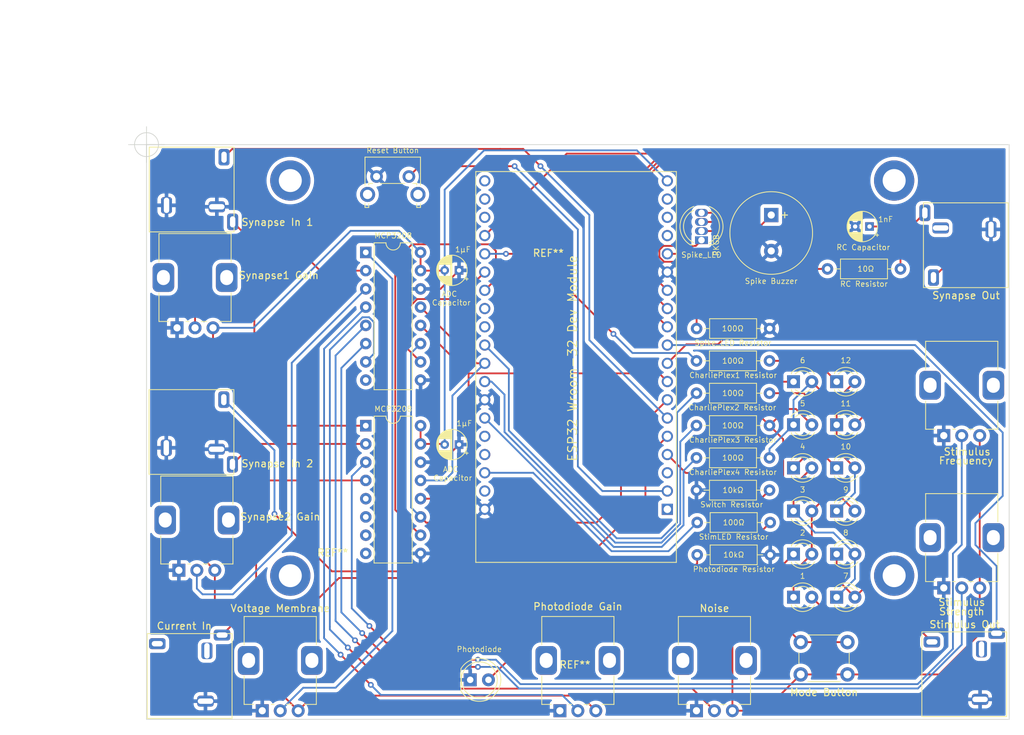
<source format=kicad_pcb>
(kicad_pcb (version 20211014) (generator pcbnew)
  (layers (0 "F.Cu" signal) (31 "B.Cu" signal) (34 "B.Paste" user) (35 "F.Paste" user) (36 "B.SilkS" user "B.Silkscreen") (37 "F.SilkS" user "F.Silkscreen") (38 "B.Mask" user) (39 "F.Mask" user) (44 "Edge.Cuts" user))
  (net 0 "")
  (net 7 "GNDREF")
  (net 8 "/23")
  (net 9 "/27")
  (net 10 "/26")
  (net 11 "+3V3")
  (net 12 "/34")
  (net 13 "/35")
  (net 14 "/25")
  (net 15 "/14")
  (net 16 "/12")
  (net 17 "/13")
  (net 18 "/22")
  (net 19 "/21")
  (net 20 "/19")
  (net 21 "/05")
  (net 22 "/17")
  (net 23 "/16")
  (net 24 "/02")
  (net 25 "/15")
  (net 26 "Net-(10Ω_RC1-Pad2)")
  (net 27 "Net-(100Ω_CharliePlex1-Pad2)")
  (net 28 "Net-(100Ω_CharliePlex2-Pad2)")
  (net 30 "Net-(100Ω_CharliePlex3-Pad2)")
  (net 31 "Net-(100Ω_CharliePlex4-Pad2)")
  (net 32 "Net-(100Ω_Stim-LED1-Pad2)")
  (net 33 "/39")
  (net 34 "VCC")
  (net 35 "Net-(Reset_Button1-Pad2)")
  (net 39 "/202")
  (net 40 "/203")
  (net 41 "/106")
  (net 42 "/103")
  (net 43 "/105")
  (net 44 "/104")
  (net 45 "/101")
  (net 46 "/102")
  (net 47 "/200")
  (net 48 "/201")
  (net 49 "/32")
  (net 50 "/33")
  (net 51 "/18")
  (net 52 "/04")
  (net 53 "/00")
  (net 54 "/100")
  (net 55 "/107")
  (net 56 "/204")
  (net 57 "/205")
  (net 58 "/206")
  (net 59 "/207")
  (net 60 "Net-(100Ω_Spike-LED1-Pad2)")
  (footprint "LED_THT:LED_D5.0mm-4_RGB" (layer "F.Cu") (at 177.2 63.3 90)
    (fp_text reference "Spike_LED")
    (fp_text value "RGB")
  )
  (footprint "MountingHole:MountingHole_3.2mm_M3_DIN965_Pad" (layer "F.Cu") (at 120 55)
    (fp_text reference " ")
    (fp_text value "MountingHole_3.2mm_M3_DIN965_Pad")
  )
  (footprint "LED_THT:LED_D3.0mm" (layer "F.Cu") (at 190 83)
    (fp_text reference "6")
    (fp_text value "D7")
  )
  (footprint "LED_THT:LED_D3.0mm" (layer "F.Cu") (at 190 113)
    (fp_text reference "1")
    (fp_text value "D2")
  )
  (footprint "Resistor_THT:R_Axial_DIN0207_L6.3mm_D2.5mm_P10.16mm_Horizontal" (layer "F.Cu") (at 186.66 98.1 180)
    (fp_text reference "10kΩ")
    (fp_text value "R5")
  )
  (footprint "Package_DIP:DIP-16_W7.62mm" (layer "F.Cu") (at 130.5 89.125)
    (fp_text reference "MCP3208")
    (fp_text value "MCP3208")
  )
  (footprint "Potentiometer_THT:Spikeling Potentiometer" (layer "F.Cu") (at 213.4 104.2 90)
    (fp_text reference "Stimulus")
    (fp_text value "RV6")
  )
  (footprint "Potentiometer_THT:Spikeling Potentiometer" (layer "F.Cu") (at 179 121.3 90)
    (fp_text reference "Noise")
    (fp_text value "RV4")
  )
  (footprint "Audio_Module:Spikeling_Photoreceptor" (layer "F.Cu") (at 159.6 122.9)
    (fp_text reference "REF**")
    (fp_text value "Spikeling_neuron")
  )
  (footprint "Connector_Audio:Spikeling Audio Jack 3.5mm" (layer "F.Cu") (at 100.2815 56.25 90)
    (fp_text reference "Synapse In 1")
    (fp_text value "J2")
  )
  (footprint "Connector_Audio:Spikeling Audio Jack 3.5mm" (layer "F.Cu") (at 219.9685 64 -90)
    (fp_text reference "Synapse Out")
    (fp_text value "J1")
  )
  (footprint "Potentiometer_THT:Spikeling Potentiometer" (layer "F.Cu") (at 106.75 68 90)
    (fp_text reference "Synapse1 Gain")
    (fp_text value "RV1")
  )
  (footprint "Audio_Module:Spikeling_Electrode" (layer "F.Cu") (at 125.9 107.3)
    (fp_text reference "REF**")
    (fp_text value "Spikeling_neuron")
  )
  (footprint "LED_THT:LED_D3.0mm" (layer "F.Cu") (at 190 101)
    (fp_text reference "3")
    (fp_text value "D4")
  )
  (footprint "Potentiometer_THT:Spikeling Potentiometer" (layer "F.Cu") (at 118.6 121.3 90)
    (fp_text reference "Voltage Membrane")
    (fp_text value "RV3")
  )
  (footprint "Resistor_THT:R_Axial_DIN0207_L6.3mm_D2.5mm_P10.16mm_Horizontal" (layer "F.Cu") (at 176.6 102.6)
    (fp_text reference "100Ω")
    (fp_text value "R3")
  )
  (footprint "MountingHole:MountingHole_3.2mm_M3_DIN965_Pad" (layer "F.Cu") (at 204 55)
    (fp_text reference " ")
    (fp_text value "MountingHole_M3")
  )
  (footprint "Package_DIP:DIP-16_W7.62mm" (layer "F.Cu") (at 130.5 65)
    (fp_text reference "MCP3208")
    (fp_text value "MCP3208")
  )
  (footprint "Capacitor_THT:CP_Radial_D4.0mm_P2.00mm" (layer "F.Cu") (at 143.4726 91.75 180)
    (fp_text reference "1μF")
    (fp_text value "1 μF")
  )
  (footprint "Connector_Audio:Spikeling Audio Jack 3.5mm" (layer "F.Cu") (at 213.75 129.7185 180)
    (fp_text reference "Stimulus Out")
    (fp_text value "J5")
  )
  (footprint "Button_Switch_THT:Spikeling reset button" (layer "F.Cu") (at 134.25 51.75)
    (fp_text reference "Reset Button")
    (fp_text value "SW2")
  )
  (footprint "LED_THT:LED_D3.0mm" (layer "F.Cu") (at 196 95)
    (fp_text reference "10")
    (fp_text value "D11")
  )
  (footprint "LED_THT:LED_D3.0mm" (layer "F.Cu") (at 196 107)
    (fp_text reference "8")
    (fp_text value "LED")
  )
  (footprint "Capacitor_THT:CP_Radial_D4.0mm_P2.00mm" (layer "F.Cu") (at 143.4726 67.5 180)
    (fp_text reference "1μF")
    (fp_text value "1 μF")
  )
  (footprint "Resistor_THT:R_Axial_DIN0207_L6.3mm_D2.5mm_P10.16mm_Horizontal" (layer "F.Cu") (at 176.5 93.6)
    (fp_text reference "100Ω")
    (fp_text value "R9")
  )
  (footprint "LED_THT:LED_D3.0mm" (layer "F.Cu") (at 196 83)
    (fp_text reference "12")
    (fp_text value "D13")
  )
  (footprint "LED_THT:LED_D3.0mm" (layer "F.Cu") (at 196 89)
    (fp_text reference "11")
    (fp_text value "D12")
  )
  (footprint "LED_THT:LED_D3.0mm" (layer "F.Cu") (at 196 101)
    (fp_text reference "9")
    (fp_text value "D10")
  )
  (footprint "Resistor_THT:R_Axial_DIN0207_L6.3mm_D2.5mm_P10.16mm_Horizontal" (layer "F.Cu") (at 194.72 67.3)
    (fp_text reference "10Ω")
    (fp_text value "R1")
  )
  (footprint "LED_THT:LED_D5.0mm" (layer "F.Cu") (at 145.025 124.5)
    (fp_text reference "Photodiode")
    (fp_text value "D1")
  )
  (footprint "Potentiometer_THT:Spikeling Potentiometer" (layer "F.Cu") (at 213.4 83 90)
    (fp_text reference "Stimulus")
    (fp_text value "RV7")
  )
  (footprint "Potentiometer_THT:Spikeling Potentiometer" (layer "F.Cu") (at 107 101.75 90)
    (fp_text reference "Synapse2 Gain")
    (fp_text value "RV2")
  )
  (footprint "Connector_Audio:Spikeling Audio Jack 3.5mm" (layer "F.Cu") (at 100.25 90 90)
    (fp_text reference "Synapse In 2")
    (fp_text value "J3")
  )
  (footprint "LED_THT:LED_D3.0mm" (layer "F.Cu") (at 190 107)
    (fp_text reference "2")
    (fp_text value "D3")
  )
  (footprint "MountingHole:MountingHole_3.2mm_M3_DIN965_Pad" (layer "F.Cu") (at 204 110)
    (fp_text reference " ")
    (fp_text value "MountingHole_3.2mm_M3_DIN965_Pad")
  )
  (footprint "LED_THT:LED_D3.0mm" (layer "F.Cu") (at 190 95)
    (fp_text reference "4")
    (fp_text value "D5")
  )
  (footprint "Connector_Audio:Spikeling Audio Jack 3.5mm" (layer "F.Cu") (at 106 129.9685 180)
    (fp_text reference "Current In")
    (fp_text value "J4")
  )
  (footprint "Resistor_THT:R_Axial_DIN0207_L6.3mm_D2.5mm_P10.16mm_Horizontal" (layer "F.Cu") (at 176.5 89.1)
    (fp_text reference "100Ω")
    (fp_text value "R8")
  )
  (footprint "Resistor_THT:R_Axial_DIN0207_L6.3mm_D2.5mm_P10.16mm_Horizontal" (layer "F.Cu") (at 176.6 107.1)
    (fp_text reference "10kΩ")
    (fp_text value "R2")
  )
  (footprint "Potentiometer_THT:Spikeling Potentiometer" (layer "F.Cu") (at 160 121.3 90)
    (fp_text reference "Photodiode Gain")
    (fp_text value "RV5")
  )
  (footprint "Capacitor_THT:CP_Radial_D4.0mm_P2.00mm" (layer "F.Cu") (at 200.5726 61.4 180)
    (fp_text reference "1nF")
    (fp_text value "C3")
  )
  (footprint "Resistor_THT:R_Axial_DIN0207_L6.3mm_D2.5mm_P10.16mm_Horizontal" (layer "F.Cu") (at 176.5 84.6)
    (fp_text reference "100Ω")
    (fp_text value "R7")
  )
  (footprint "Resistor_THT:R_Axial_DIN0207_L6.3mm_D2.5mm_P10.16mm_Horizontal" (layer "F.Cu") (at 186.68 75.6 180)
    (fp_text reference "100Ω")
    (fp_text value "R4")
  )
  (footprint "Buzzer_Beeper:Buzzer_11.5x9.5RM5" (layer "F.Cu") (at 186.9 58.5 -90)
    (fp_text reference "Spike Buzzer")
    (fp_text value "BZ1")
  )
  (footprint "MountingHole:MountingHole_3.2mm_M3_DIN965_Pad" (layer "F.Cu") (at 120 110)
    (fp_text reference " ")
    (fp_text value "MountingHole_3.2mm_M3_DIN965_Pad")
  )
  (footprint "Audio_Module:Spikeling_Neuron" (layer "F.Cu") (at 155.9 65.6)
    (fp_text reference "REF**")
    (fp_text value "Spikeling_neuron")
  )
  (footprint "Resistor_THT:R_Axial_DIN0207_L6.3mm_D2.5mm_P10.16mm_Horizontal" (layer "F.Cu") (at 176.5 80.1)
    (fp_text reference "100Ω")
    (fp_text value "R6")
  )
  (footprint "Button_Switch_THT:SW_PUSH_6mm_H13mm" (layer "F.Cu") (at 191 119.25)
    (fp_text reference "Mode Button")
    (fp_text value "SW1")
  )
  (footprint "Module:MODULE_ESP32-DEVKITC-32D" (layer "F.Cu") (at 159.75 81 180)
    (fp_text reference "ESP32 Wroom-32 Dev Module")
    (fp_text value "ESP32-DEVKITC-32D")
  )
  (footprint "LED_THT:LED_D3.0mm" (layer "F.Cu") (at 196 113)
    (fp_text reference "7")
    (fp_text value "D8")
  )
  (footprint "LED_THT:LED_D3.0mm" (layer "F.Cu") (at 190 89)
    (fp_text reference "5")
    (fp_text value "D6")
  )
  (gr_line (start 220 130) (end 100 130) (layer "Edge.Cuts") (width 0.1))
  (gr_line (start 100 50) (end 220 50) (layer "Edge.Cuts") (width 0.1))
  (gr_line (start 220 50) (end 220 130) (layer "Edge.Cuts") (width 0.1))
  (gr_line (start 100 130) (end 100 50) (layer "Edge.Cuts") (width 0.1))
  (gr_text "ADC \nCapacitor" (at 142.4 71.4) (layer "F.SilkS") (effects (font (size 0.75 0.75) (thickness 0.1))))
  (gr_text "Switch Resistor" (at 181.4 100.1) (layer "F.SilkS") (effects (font (size 0.75 0.75) (thickness 0.1))))
  (gr_text "CharliePlex3 Resistor" (at 181.58 91.1) (layer "F.SilkS") (effects (font (size 0.75 0.75) (thickness 0.1))))
  (gr_text "Frequency" (at 214 94) (layer "F.SilkS") (effects (font (size 1 1))))
  (gr_text "Strength" (at 213.4 115) (layer "F.SilkS") (effects (font (size 1 1))))
  (gr_text "CharliePlex2 Resistor" (at 181.5 86.6) (layer "F.SilkS") (effects (font (size 0.75 0.75) (thickness 0.1))))
  (gr_text "Spike_LED Resistor" (at 181.58 77.6) (layer "F.SilkS") (effects (font (size 0.75 0.75) (thickness 0.1))))
  (gr_text "CharliePlex1 Resistor" (at 181.6 82.1) (layer "F.SilkS") (effects (font (size 0.75 0.75) (thickness 0.1))))
  (gr_text "RKGB" (at 179.25 64 90) (layer "F.SilkS") (effects (font (size 0.75 0.75) (thickness 0.1))))
  (gr_text "RC Capacitor" (at 199.7 64.3) (layer "F.SilkS") (effects (font (size 0.75 0.75) (thickness 0.1))))
  (gr_text "RC Resistor" (at 199.8 69.4) (layer "F.SilkS") (effects (font (size 0.75 0.75) (thickness 0.1))))
  (gr_text "StimLED Resistor" (at 181.68 104.6) (layer "F.SilkS") (effects (font (size 0.75 0.75) (thickness 0.1))))
  (gr_text "Photodiode Resistor" (at 181.7 109.1) (layer "F.SilkS") (effects (font (size 0.75 0.75) (thickness 0.1))))
  (gr_text "ADC \nCapacitor" (at 142.6 95.8) (layer "F.SilkS") (effects (font (size 0.75 0.75) (thickness 0.1))))
  (gr_text "CharliePlex4 Resistor" (at 181.58 95.6) (layer "F.SilkS") (effects (font (size 0.75 0.75) (thickness 0.1))))
  (target plus (at 100 50) (size 5) (width 0.1) (layer "Edge.Cuts"))
  (segment (start 141.0176 94.205) (end 143.4726 91.75) (width 0.25) (layer "F.Cu") (net 7))
  (segment (start 140.8926 70.08) (end 143.4726 67.5) (width 0.25) (layer "F.Cu") (net 7))
  (segment (start 138.12 94.205) (end 141.0176 94.205) (width 0.25) (layer "F.Cu") (net 7))
  (segment (start 109.7815 58.65) (end 109.8815 58.65) (width 0.25) (layer "F.Cu") (net 7))
  (segment (start 138.12 70.08) (end 140.8926 70.08) (width 0.25) (layer "F.Cu") (net 7))
  (segment (start 109.75 92.4) (end 109.85 92.4) (width 0.25) (layer "F.Cu") (net 7))
  (segment (start 176.4 99.019022) (end 176.4 98.3) (width 0.25) (layer "B.Cu") (net 7))
  (segment (start 178.5 51.8) (end 180.4 53.7) (width 0.25) (layer "F.Cu") (net 9))
  (segment (start 172.45 75.36) (end 168.3 71.21) (width 0.25) (layer "F.Cu") (net 9))
  (segment (start 180.4 61.6) (end 179.97 62.03) (width 0.25) (layer "F.Cu") (net 9))
  (segment (start 180.4 53.7) (end 180.4 61.6) (width 0.25) (layer "F.Cu") (net 9))
  (segment (start 172.45 75.36) (end 172.45 74.8797) (width 0.25) (layer "F.Cu") (net 9))
  (segment (start 179.97 62.03) (end 177.2 62.03) (width 0.25) (layer "F.Cu") (net 9))
  (segment (start 168.3 54.6) (end 171.1 51.8) (width 0.25) (layer "F.Cu") (net 9))
  (segment (start 176.6 62.14) (end 177.75 62.14) (width 0.25) (layer "F.Cu") (net 9))
  (segment (start 168.3 71.21) (end 168.3 54.6) (width 0.25) (layer "F.Cu") (net 9))
  (segment (start 171.1 51.8) (end 178.5 51.8) (width 0.25) (layer "F.Cu") (net 9))
  (segment (start 218.25 118.0185) (end 218.25 118.1185) (width 0.25) (layer "F.Cu") (net 10))
  (segment (start 215.3 105.7196) (end 218.25 108.6696) (width 0.25) (layer "B.Cu") (net 10))
  (segment (start 172.45 77.9) (end 206.9196 77.9) (width 0.25) (layer "B.Cu") (net 10))
  (segment (start 218.25 108.6696) (end 218.25 118.0185) (width 0.25) (layer "B.Cu") (net 10))
  (segment (start 219.1 98.9) (end 215.3 102.7) (width 0.25) (layer "B.Cu") (net 10))
  (segment (start 215.3 102.7) (end 215.3 105.7196) (width 0.25) (layer "B.Cu") (net 10))
  (segment (start 206.9196 77.9) (end 219.1 90.0804) (width 0.25) (layer "B.Cu") (net 10))
  (segment (start 219.1 90.0804) (end 219.1 98.9) (width 0.25) (layer "B.Cu") (net 10))
  (segment (start 159.4 109.4) (end 125.8 109.4) (width 0.25) (layer "F.Cu") (net 12))
  (segment (start 172.45 90.6) (end 169.4 93.65) (width 0.25) (layer "F.Cu") (net 12))
  (segment (start 111.25 86) (end 110.75 85.5) (width 0.25) (layer "F.Cu") (net 12))
  (segment (start 125.8 109.4) (end 117.8 101.4) (width 0.25) (layer "F.Cu") (net 12))
  (segment (start 169.4 93.65) (end 169.4 99.4) (width 0.25) (layer "F.Cu") (net 12))
  (segment (start 169.4 99.4) (end 159.4 109.4) (width 0.25) (layer "F.Cu") (net 12))
  (via (at 117.8 101.4) (size 0.8) (drill 0.4) (layers "F.Cu" "B.Cu") (net 12))
  (segment (start 110.75 85.5) (end 117.8 92.55) (width 0.25) (layer "B.Cu") (net 12))
  (segment (start 117.8 92.55) (end 117.8 101.4) (width 0.25) (layer "B.Cu") (net 12))
  (segment (start 154.8 53) (end 152.4 50.6) (width 0.25) (layer "F.Cu") (net 13))
  (segment (start 110.7815 51.75) (end 111.9315 50.6) (width 0.25) (layer "F.Cu") (net 13))
  (segment (start 111.9315 50.6) (end 149.2 50.6) (width 0.25) (layer "F.Cu") (net 13))
  (segment (start 152.4 50.6) (end 149.2 50.6) (width 0.25) (layer "F.Cu") (net 13))
  (via (at 154.8 53) (size 0.8) (drill 0.4) (layers "F.Cu" "B.Cu") (net 13))
  (segment (start 161.6 77.21) (end 172.45 88.06) (width 0.25) (layer "B.Cu") (net 13))
  (segment (start 161.6 59.8) (end 161.6 77.21) (width 0.25) (layer "B.Cu") (net 13))
  (segment (start 154.8 53) (end 161.6 59.8) (width 0.25) (layer "B.Cu") (net 13))
  (segment (start 172.45 80.44) (end 173.914511 78.975489) (width 0.25) (layer "F.Cu") (net 14))
  (segment (start 173.914511 78.975489) (end 173.924511 78.975489) (width 0.25) (layer "F.Cu") (net 14))
  (segment (start 179.5 77.8) (end 190 67.3) (width 0.25) (layer "F.Cu") (net 14))
  (segment (start 175.1 77.8) (end 179.5 77.8) (width 0.25) (layer "F.Cu") (net 14))
  (segment (start 190 67.3) (end 194.72 67.3) (width 0.25) (layer "F.Cu") (net 14))
  (segment (start 173.924511 78.975489) (end 175.1 77.8) (width 0.25) (layer "F.Cu") (net 14))
  (segment (start 168.74952 69.11952) (end 172.45 72.82) (width 0.25) (layer "F.Cu") (net 15))
  (segment (start 179.95048 60.14952) (end 179.95048 53.886198) (width 0.25) (layer "F.Cu") (net 15))
  (segment (start 179.34 60.76) (end 179.95048 60.14952) (width 0.25) (layer "F.Cu") (net 15))
  (segment (start 179.95048 53.886198) (end 178.313802 52.24952) (width 0.25) (layer "F.Cu") (net 15))
  (segment (start 171.286198 52.24952) (end 168.74952 54.786198) (width 0.25) (layer "F.Cu") (net 15))
  (segment (start 177.2 60.76) (end 179.34 60.76) (width 0.25) (layer "F.Cu") (net 15))
  (segment (start 168.74952 54.786198) (end 168.74952 69.11952) (width 0.25) (layer "F.Cu") (net 15))
  (segment (start 178.313802 52.24952) (end 171.286198 52.24952) (width 0.25) (layer "F.Cu") (net 15))
  (segment (start 179.5 58.7) (end 179.5 54.071436) (width 0.25) (layer "F.Cu") (net 16))
  (segment (start 177.2 59.49) (end 178.71 59.49) (width 0.25) (layer "F.Cu") (net 16))
  (segment (start 178.71 59.49) (end 179.5 58.7) (width 0.25) (layer "F.Cu") (net 16))
  (segment (start 178.127604 52.69904) (end 171.472396 52.69904) (width 0.25) (layer "F.Cu") (net 16))
  (segment (start 169.3 54.871436) (end 169.3 67.13) (width 0.25) (layer "F.Cu") (net 16))
  (segment (start 179.5 54.071436) (end 178.127604 52.69904) (width 0.25) (layer "F.Cu") (net 16))
  (segment (start 169.3 67.13) (end 172.45 70.28) (width 0.25) (layer "F.Cu") (net 16))
  (segment (start 171.472396 52.69904) (end 169.3 54.871436) (width 0.25) (layer "F.Cu") (net 16))
  (segment (start 181.5 65.2) (end 186.9 59.8) (width 0.25) (layer "F.Cu") (net 17))
  (segment (start 172.45 65.2) (end 172.45 64.8) (width 0.25) (layer "F.Cu") (net 17))
  (segment (start 172.45 65.2) (end 181.5 65.2) (width 0.25) (layer "F.Cu") (net 17))
  (segment (start 172.6 106.6) (end 176.6 102.6) (width 0.25) (layer "B.Cu") (net 18))
  (segment (start 164.7 106.6) (end 172.6 106.6) (width 0.25) (layer "B.Cu") (net 18))
  (segment (start 153.78 95.68) (end 164.7 106.6) (width 0.25) (layer "B.Cu") (net 18))
  (segment (start 147.05 95.68) (end 153.78 95.68) (width 0.25) (layer "B.Cu") (net 18))
  (segment (start 164.99 106) (end 171.671435 106) (width 0.25) (layer "B.Cu") (net 19))
  (segment (start 174.69904 95.40096) (end 176.5 93.6) (width 0.25) (layer "B.Cu") (net 19))
  (segment (start 164.99 106) (end 147.05 88.06) (width 0.25) (layer "B.Cu") (net 19))
  (segment (start 171.671435 106) (end 174.69904 102.972394) (width 0.25) (layer "B.Cu") (net 19))
  (segment (start 174.69904 102.972394) (end 174.69904 95.40096) (width 0.25) (layer "B.Cu") (net 19))
  (segment (start 165.2 105.4) (end 149.8 90) (width 0.25) (layer "B.Cu") (net 20))
  (segment (start 147.98 82.98) (end 147.05 82.98) (width 0.25) (layer "B.Cu") (net 20))
  (segment (start 174.24952 102.786197) (end 174.24952 91.35048) (width 0.25) (layer "B.Cu") (net 20))
  (segment (start 174.24952 91.35048) (end 176.5 89.1) (width 0.25) (layer "B.Cu") (net 20))
  (segment (start 149.8 84.8) (end 147.98 82.98) (width 0.25) (layer "B.Cu") (net 20))
  (segment (start 149.8 90) (end 149.8 84.8) (width 0.25) (layer "B.Cu") (net 20))
  (segment (start 171.635717 105.4) (end 174.24952 102.786197) (width 0.25) (layer "B.Cu") (net 20))
  (segment (start 165.2 105.4) (end 171.635717 105.4) (width 0.25) (layer "B.Cu") (net 20))
  (segment (start 173.8 102.6) (end 173.8 87.3) (width 0.25) (layer "B.Cu") (net 21))
  (segment (start 171.6 104.8) (end 173.8 102.6) (width 0.25) (layer "B.Cu") (net 21))
  (segment (start 165.4 104.8) (end 171.6 104.8) (width 0.25) (layer "B.Cu") (net 21))
  (segment (start 150.4 89.8) (end 165.4 104.8) (width 0.25) (layer "B.Cu") (net 21))
  (segment (start 173.8 87.3) (end 176.5 84.6) (width 0.25) (layer "B.Cu") (net 21))
  (segment (start 147.05 77.9) (end 150.4 81.25) (width 0.25) (layer "B.Cu") (net 21))
  (segment (start 150.4 81.25) (end 150.4 89.8) (width 0.25) (layer "B.Cu") (net 21))
  (segment (start 153.8 65.2) (end 164.95 76.35) (width 0.25) (layer "F.Cu") (net 24))
  (segment (start 150 65.2) (end 153.8 65.2) (width 0.25) (layer "F.Cu") (net 24))
  (via (at 150 65.2) (size 0.8) (drill 0.4) (layers "F.Cu" "B.Cu") (net 24))
  (via (at 164.95 76.35) (size 0.8) (drill 0.4) (layers "F.Cu" "B.Cu") (net 24))
  (segment (start 167.604511 79.004511) (end 164.95 76.35) (width 0.25) (layer "B.Cu") (net 24))
  (segment (start 176.5 80.1) (end 175.404511 79.004511) (width 0.25) (layer "B.Cu") (net 24))
  (segment (start 150 65.2) (end 147.05 65.2) (width 0.25) (layer "B.Cu") (net 24))
  (segment (start 175.404511 79.004511) (end 167.604511 79.004511) (width 0.25) (layer "B.Cu") (net 24))
  (segment (start 164.95 76.35) (end 164.9 76.3) (width 0.25) (layer "B.Cu") (net 24))
  (segment (start 147.05 62.66) (end 158.46 51.25) (width 0.25) (layer "F.Cu") (net 25))
  (segment (start 158.46 51.25) (end 208 51.25) (width 0.25) (layer "F.Cu") (net 25))
  (segment (start 214 57.25) (end 214 63.9685) (width 0.25) (layer "F.Cu") (net 25))
  (segment (start 214 63.9685) (end 209.4685 68.5) (width 0.25) (layer "F.Cu") (net 25))
  (segment (start 208 51.25) (end 214 57.25) (width 0.25) (layer "F.Cu") (net 25))
  (segment (start 200.5726 61.4) (end 206.3685 61.4) (width 0.25) (layer "F.Cu") (net 26))
  (segment (start 204.88 62.8885) (end 206.3685 61.4) (width 0.25) (layer "F.Cu") (net 26))
  (segment (start 206.3685 61.4) (end 208.2685 59.5) (width 0.25) (layer "F.Cu") (net 26))
  (segment (start 204.88 67.3) (end 204.88 62.8885) (width 0.25) (layer "F.Cu") (net 26))
  (segment (start 200.2 114.8) (end 199.3 115.7) (width 0.25) (layer "F.Cu") (net 27))
  (segment (start 200.2 80.7) (end 200.2 87.34) (width 0.25) (layer "F.Cu") (net 27))
  (segment (start 200.2 111.2) (end 200.2 111.34) (width 0.25) (layer "F.Cu") (net 27))
  (segment (start 189.5 115.7) (end 188.4 114.6) (width 0.25) (layer "F.Cu") (net 27))
  (segment (start 193.1 80.1) (end 199.6 80.1) (width 0.25) (layer "F.Cu") (net 27))
  (segment (start 196 107) (end 196 110.46) (width 0.25) (layer "F.Cu") (net 27))
  (segment (start 199.6 80.1) (end 200.2 80.7) (width 0.25) (layer "F.Cu") (net 27))
  (segment (start 186.66 80.1) (end 193.1 80.1) (width 0.25) (layer "F.Cu") (net 27))
  (segment (start 196 110.46) (end 198.54 113) (width 0.25) (layer "F.Cu") (net 27))
  (segment (start 200.2 87.34) (end 200.2 111.34) (width 0.25) (layer "F.Cu") (net 27))
  (segment (start 195.24 115.7) (end 189.5 115.7) (width 0.25) (layer "F.Cu") (net 27))
  (segment (start 200.2 111.34) (end 200.2 114.8) (width 0.25) (layer "F.Cu") (net 27))
  (segment (start 200.2 111.34) (end 198.54 113) (width 0.25) (layer "F.Cu") (net 27))
  (segment (start 195.24 115.7) (end 192.54 113) (width 0.25) (layer "F.Cu") (net 27))
  (segment (start 199.3 115.7) (end 195.24 115.7) (width 0.25) (layer "F.Cu") (net 27))
  (segment (start 188.4 108.6) (end 190 107) (width 0.25) (layer "F.Cu") (net 27))
  (segment (start 193.1 80.1) (end 196 83) (width 0.25) (layer "F.Cu") (net 27))
  (segment (start 200.2 87.34) (end 198.54 89) (width 0.25) (layer "F.Cu") (net 27))
  (segment (start 188.4 114.6) (end 188.4 108.6) (width 0.25) (layer "F.Cu") (net 27))
  (segment (start 190 113) (end 190 109.54) (width 0.25) (layer "F.Cu") (net 28))
  (segment (start 194.1 93.1) (end 194.1 95.6) (width 0.25) (layer "F.Cu") (net 28))
  (segment (start 190 109.54) (end 192.54 107) (width 0.25) (layer "F.Cu") (net 28))
  (segment (start 194.1 95.6) (end 194.1 99.44) (width 0.25) (layer "F.Cu") (net 28))
  (segment (start 198.54 101) (end 194.1 96.56) (width 0.25) (layer "F.Cu") (net 28))
  (segment (start 194.1 89) (end 194.1 93.1) (width 0.25) (layer "F.Cu") (net 28))
  (segment (start 194.1 99.44) (end 192.54 101) (width 0.25) (layer "F.Cu") (net 28))
  (segment (start 194.1 90.9) (end 194.1 89) (width 0.25) (layer "F.Cu") (net 28))
  (segment (start 191.4 84.6) (end 194.1 87.3) (width 0.25) (layer "F.Cu") (net 28))
  (segment (start 190 95) (end 194.1 90.9) (width 0.25) (layer "F.Cu") (net 28))
  (segment (start 194.1 96.56) (end 194.1 95.6) (width 0.25) (layer "F.Cu") (net 28))
  (segment (start 194.1 87.3) (end 194.1 89) (width 0.25) (layer "F.Cu") (net 28))
  (segment (start 194.1 93.1) (end 196 95) (width 0.25) (layer "F.Cu") (net 28))
  (segment (start 186.66 84.6) (end 191.4 84.6) (width 0.25) (layer "F.Cu") (net 28))
  (segment (start 192.54 101) (end 192.54 107) (width 0.25) (layer "F.Cu") (net 28))
  (segment (start 192.54 107) (end 192.54 106.225009) (width 0.25) (layer "B.Cu") (net 28))
  (segment (start 186.66 89.1) (end 184.8 87.24) (width 0.25) (layer "F.Cu") (net 30))
  (segment (start 184.8 87.24) (end 184.8 84.1) (width 0.25) (layer "F.Cu") (net 30))
  (segment (start 190 97.54) (end 190 98.88) (width 0.25) (layer "F.Cu") (net 30))
  (segment (start 184.8 84.1) (end 185.9 83) (width 0.25) (layer "F.Cu") (net 30))
  (segment (start 186.66 89.1) (end 188.96 86.8) (width 0.25) (layer "F.Cu") (net 30))
  (segment (start 188.56 91) (end 188.56 97.44) (width 0.25) (layer "F.Cu") (net 30))
  (segment (start 190 98.88) (end 190 101) (width 0.25) (layer "F.Cu") (net 30))
  (segment (start 185.9 83) (end 190 83) (width 0.25) (layer "F.Cu") (net 30))
  (segment (start 188.96 86.8) (end 190.34 86.8) (width 0.25) (layer "F.Cu") (net 30))
  (segment (start 190.34 86.8) (end 192.54 89) (width 0.25) (layer "F.Cu") (net 30))
  (segment (start 192.54 95) (end 190 97.54) (width 0.25) (layer "F.Cu") (net 30))
  (segment (start 186.66 89.1) (end 188.56 91) (width 0.25) (layer "F.Cu") (net 30))
  (segment (start 188.56 97.44) (end 190 98.88) (width 0.25) (layer "F.Cu") (net 30))
  (segment (start 198.54 107) (end 198.54 110.46) (width 0.25) (layer "B.Cu") (net 30))
  (segment (start 190 101) (end 193 104) (width 0.25) (layer "B.Cu") (net 30))
  (segment (start 195.54 104) (end 198.54 107) (width 0.25) (layer "B.Cu") (net 30))
  (segment (start 193 104) (end 195.54 104) (width 0.25) (layer "B.Cu") (net 30))
  (segment (start 198.54 110.46) (end 196 113) (width 0.25) (layer "B.Cu") (net 30))
  (segment (start 196 92.46) (end 198.54 95) (width 0.25) (layer "F.Cu") (net 31))
  (segment (start 192.54 83) (end 196 86.46) (width 0.25) (layer "F.Cu") (net 31))
  (segment (start 196 86.46) (end 196 85.54) (width 0.25) (layer "F.Cu") (net 31))
  (segment (start 196 89) (end 196 92.46) (width 0.25) (layer "F.Cu") (net 31))
  (segment (start 196 86.46) (end 196 89) (width 0.25) (layer "F.Cu") (net 31))
  (segment (start 196 85.54) (end 198.54 83) (width 0.25) (layer "F.Cu") (net 31))
  (segment (start 198.54 95) (end 198.54 98.46) (width 0.25) (layer "B.Cu") (net 31))
  (segment (start 190 89) (end 190 85.54) (width 0.25) (layer "B.Cu") (net 31))
  (segment (start 186.66 93.6) (end 186.66 92.34) (width 0.25) (layer "B.Cu") (net 31))
  (segment (start 186.66 92.34) (end 190 89) (width 0.25) (layer "B.Cu") (net 31))
  (segment (start 198.54 98.46) (end 196 101) (width 0.25) (layer "B.Cu") (net 31))
  (segment (start 190 85.54) (end 192.54 83) (width 0.25) (layer "B.Cu") (net 31))
  (segment (start 206.9315 116.9) (end 209.25 119.2185) (width 0.25) (layer "F.Cu") (net 32))
  (segment (start 189.6 116.9) (end 206.9315 116.9) (width 0.25) (layer "F.Cu") (net 32))
  (segment (start 185.1 112.4) (end 189.6 116.9) (width 0.25) (layer "F.Cu") (net 32))
  (segment (start 185.1 104.26) (end 185.1 112.4) (width 0.25) (layer "F.Cu") (net 32))
  (segment (start 186.76 102.6) (end 185.1 104.26) (width 0.25) (layer "F.Cu") (net 32))
  (segment (start 175.01 95.7) (end 179.54 95.7) (width 0.25) (layer "F.Cu") (net 33))
  (segment (start 186.66 98.1) (end 184.3 100.46) (width 0.25) (layer "F.Cu") (net 33))
  (segment (start 191 119.25) (end 197.5 119.25) (width 0.25) (layer "F.Cu") (net 33))
  (segment (start 184.3 112.55) (end 191 119.25) (width 0.25) (layer "F.Cu") (net 33))
  (segment (start 184.3 100.46) (end 184.3 112.55) (width 0.25) (layer "F.Cu") (net 33))
  (segment (start 179.54 95.7) (end 184.3 100.46) (width 0.25) (layer "F.Cu") (net 33))
  (segment (start 172.45 93.14) (end 175.01 95.7) (width 0.25) (layer "F.Cu") (net 33))
  (segment (start 191 118.92) (end 191 119.25) (width 0.25) (layer "B.Cu") (net 33))
  (segment (start 160.4 126.7) (end 158.1 126.7) (width 0.25) (layer "F.Cu") (net 34))
  (segment (start 170.974511 110.325489) (end 176 105.3) (width 0.25) (layer "F.Cu") (net 34))
  (segment (start 185.95 128.8) (end 191 123.75) (width 0.25) (layer "F.Cu") (net 34))
  (segment (start 141.4326 67.54) (end 141.4726 67.5) (width 0.25) (layer "F.Cu") (net 34))
  (segment (start 181.5 108.8) (end 181.5 128.8) (width 0.25) (layer "F.Cu") (net 34))
  (segment (start 210.25 123.75) (end 215.9 118.1) (width 0.25) (layer "F.Cu") (net 34))
  (segment (start 138.12 89.125) (end 138.12 91.665) (width 0.25) (layer "F.Cu") (net 34))
  (segment (start 197.5 123.75) (end 210.25 123.75) (width 0.25) (layer "F.Cu") (net 34))
  (segment (start 109.5 115.6) (end 105.7 119.4) (width 0.25) (layer "F.Cu") (net 34))
  (segment (start 117.8 119.3) (end 126.774511 110.325489) (width 0.25) (layer "F.Cu") (net 34))
  (segment (start 138.12 65) (end 138.12 67.54) (width 0.25) (layer "F.Cu") (net 34))
  (segment (start 162.5 128.8) (end 160.4 126.7) (width 0.25) (layer "F.Cu") (net 34))
  (segment (start 138.12 67.54) (end 141.4326 67.54) (width 0.25) (layer "F.Cu") (net 34))
  (segment (start 123.2 126.7) (end 158.1 126.7) (width 0.25) (layer "F.Cu") (net 34))
  (segment (start 109.5 109.25) (end 109.5 115.6) (width 0.25) (layer "F.Cu") (net 34))
  (segment (start 107.25 87.25) (end 107.25 107) (width 0.25) (layer "F.Cu") (net 34))
  (segment (start 181.5 128.8) (end 185.95 128.8) (width 0.25) (layer "F.Cu") (net 34))
  (segment (start 109.25 85.25) (end 107.25 87.25) (width 0.25) (layer "F.Cu") (net 34))
  (segment (start 191 123.75) (end 197.5 123.75) (width 0.25) (layer "F.Cu") (net 34))
  (segment (start 215.9 90.5) (end 215.9 111.7) (width 0.25) (layer "F.Cu") (net 34))
  (segment (start 117.8 125.5) (end 121.1 128.8) (width 0.25) (layer "F.Cu") (net 34))
  (segment (start 138.12 91.665) (end 141.3876 91.665) (width 0.25) (layer "F.Cu") (net 34))
  (segment (start 176 105.3) (end 178 105.3) (width 0.25) (layer "F.Cu") (net 34))
  (segment (start 178 105.3) (end 181.5 108.8) (width 0.25) (layer "F.Cu") (net 34))
  (segment (start 105.7 122.1) (end 109.1 125.5) (width 0.25) (layer "F.Cu") (net 34))
  (segment (start 109.25 75.5) (end 109.25 85.25) (width 0.25) (layer "F.Cu") (net 34))
  (segment (start 126.774511 110.325489) (end 170.974511 110.325489) (width 0.25) (layer "F.Cu") (net 34))
  (segment (start 121.1 128.8) (end 123.2 126.7) (width 0.25) (layer "F.Cu") (net 34))
  (segment (start 109.1 125.5) (end 117.8 125.5) (width 0.25) (layer "F.Cu") (net 34))
  (segment (start 215.9 118.1) (end 215.9 111.7) (width 0.25) (layer "F.Cu") (net 34))
  (segment (start 107.25 107) (end 109.5 109.25) (width 0.25) (layer "F.Cu") (net 34))
  (segment (start 141.3876 91.665) (end 141.4726 91.75) (width 0.25) (layer "F.Cu") (net 34))
  (segment (start 117.8 125.5) (end 117.8 119.3) (width 0.25) (layer "F.Cu") (net 34))
  (segment (start 105.7 119.4) (end 105.7 122.1) (width 0.25) (layer "F.Cu") (net 34))
  (segment (start 114.9 75.5) (end 128.4 62) (width 0.25) (layer "B.Cu") (net 34))
  (segment (start 146.95 50.8) (end 168.21 50.8) (width 0.25) (layer "B.Cu") (net 34))
  (segment (start 141.4726 56.2774) (end 146.95 50.8) (width 0.25) (layer "B.Cu") (net 34))
  (segment (start 109.25 75.5) (end 114.9 75.5) (width 0.25) (layer "B.Cu") (net 34))
  (segment (start 135.12 62) (end 138.12 65) (width 0.25) (layer "B.Cu") (net 34))
  (segment (start 141.4726 67.5) (end 141.4726 56.2774) (width 0.25) (layer "B.Cu") (net 34))
  (segment (start 168.21 50.8) (end 172.45 55.04) (width 0.25) (layer "B.Cu") (net 34))
  (segment (start 128.4 62) (end 135.12 62) (width 0.25) (layer "B.Cu") (net 34))
  (segment (start 141.4726 67.5) (end 141.4726 91.75) (width 0.25) (layer "B.Cu") (net 34))
  (segment (start 137.94 53) (end 151.2 53) (width 0.25) (layer "F.Cu") (net 35))
  (segment (start 136.5 54.44) (end 137.94 53) (width 0.25) (layer "F.Cu") (net 35))
  (via (at 151.2 53) (size 0.8) (drill 0.4) (layers "F.Cu" "B.Cu") (net 35))
  (segment (start 163.42 98.22) (end 172.45 98.22) (width 0.25) (layer "B.Cu") (net 35))
  (segment (start 160 61.8) (end 160 94.8) (width 0.25) (layer "B.Cu") (net 35))
  (segment (start 151.2 53) (end 160 61.8) (width 0.25) (layer "B.Cu") (net 35))
  (segment (start 160 94.8) (end 163.42 98.22) (width 0.25) (layer "B.Cu") (net 35))
  (segment (start 131 117) (end 133.3325 119.3325) (width 0.25) (layer "F.Cu") (net 39))
  (segment (start 147.565 124.5) (end 152.7325 119.3325) (width 0.25) (layer "F.Cu") (net 39))
  (segment (start 153.865 118.2) (end 166.7 118.2) (width 0.25) (layer "F.Cu") (net 39))
  (segment (start 176.6 108.3) (end 176.6 107.1) (width 0.25) (layer "F.Cu") (net 39))
  (segment (start 133.3325 119.3325) (end 152.7325 119.3325) (width 0.25) (layer "F.Cu") (net 39))
  (segment (start 166.7 118.2) (end 176.6 108.3) (width 0.25) (layer "F.Cu") (net 39))
  (segment (start 152.7325 119.3325) (end 153.865 118.2) (width 0.25) (layer "F.Cu") (net 39))
  (via (at 131 117) (size 0.8) (drill 0.4) (layers "F.Cu" "B.Cu") (net 39))
  (segment (start 130.5 94.205) (end 128.55 96.155) (width 0.25) (layer "B.Cu") (net 39))
  (segment (start 128.55 96.155) (end 128.55 114.55) (width 0.25) (layer "B.Cu") (net 39))
  (segment (start 128.55 114.55) (end 131 117) (width 0.25) (layer "B.Cu") (net 39))
  (segment (start 115.25 113.5185) (end 115.25 97.5) (width 0.25) (layer "F.Cu") (net 40))
  (segment (start 110.5 118.2685) (end 115.25 113.5185) (width 0.25) (layer "F.Cu") (net 40))
  (segment (start 115.25 97.5) (end 116.005 96.745) (width 0.25) (layer "F.Cu") (net 40))
  (segment (start 116.005 96.745) (end 130.5 96.745) (width 0.25) (layer "F.Cu") (net 40))
  (segment (start 175.924511 125.724511) (end 175.675489 125.724511) (width 0.25) (layer "F.Cu") (net 41))
  (segment (start 133.724511 125.724511) (end 136.575489 125.724511) (width 0.25) (layer "F.Cu") (net 41))
  (segment (start 179 128.8) (end 175.924511 125.724511) (width 0.25) (layer "F.Cu") (net 41))
  (segment (start 136.575489 125.724511) (end 175.675489 125.724511) (width 0.25) (layer "F.Cu") (net 41))
  (segment (start 128 120) (end 133.724511 125.724511) (width 0.25) (layer "F.Cu") (net 41))
  (via (at 128 120) (size 0.8) (drill 0.4) (layers "F.Cu" "B.Cu") (net 41))
  (segment (start 128 120) (end 125.5 117.5) (width 0.25) (layer "B.Cu") (net 41))
  (segment (start 125.5 78.5697) (end 125.5 117.1) (width 0.25) (layer "B.Cu") (net 41))
  (segment (start 130.965789 74.035489) (end 130.034211 74.035489) (width 0.25) (layer "B.Cu") (net 41))
  (segment (start 130.034211 74.035489) (end 125.5 78.5697) (width 0.25) (layer "B.Cu") (net 41))
  (segment (start 131.624511 74.694211) (end 130.965789 74.035489) (width 0.25) (layer "B.Cu") (net 41))
  (segment (start 130.5 80.24) (end 131.624511 79.115489) (width 0.25) (layer "B.Cu") (net 41))
  (segment (start 131.624511 79.115489) (end 131.624511 74.694211) (width 0.25) (layer "B.Cu") (net 41))
  (segment (start 125.5 117.1) (end 125.5 117.5) (width 0.25) (layer "B.Cu") (net 41))
  (segment (start 127 121) (end 131.2 125.2) (width 0.25) (layer "F.Cu") (net 42))
  (via (at 127 121) (size 0.8) (drill 0.4) (layers "F.Cu" "B.Cu") (net 42))
  (via (at 131.2 125.2) (size 0.8) (drill 0.4) (layers "F.Cu" "B.Cu") (net 42))
  (segment (start 124.7 118.7) (end 124.7 118.5) (width 0.25) (layer "B.Cu") (net 42))
  (segment (start 157.8 126.6) (end 160 128.8) (width 0.25) (layer "B.Cu") (net 42))
  (segment (start 131.2 125.2) (end 132.6 126.6) (width 0.25) (layer "B.Cu") (net 42))
  (segment (start 130.5 72.62) (end 124.7 78.42) (width 0.25) (layer "B.Cu") (net 42))
  (segment (start 134.9 126.6) (end 157.8 126.6) (width 0.25) (layer "B.Cu") (net 42))
  (segment (start 132.6 126.6) (end 134.9 126.6) (width 0.25) (layer "B.Cu") (net 42))
  (segment (start 127 121) (end 124.7 118.7) (width 0.25) (layer "B.Cu") (net 42))
  (segment (start 124.7 78.42) (end 124.7 118.5) (width 0.25) (layer "B.Cu") (net 42))
  (segment (start 133.7 121.7) (end 136.2 121.7) (width 0.25) (layer "F.Cu") (net 43))
  (segment (start 130 118) (end 133.7 121.7) (width 0.25) (layer "F.Cu") (net 43))
  (segment (start 146.1 121.7) (end 146.2 121.7) (width 0.25) (layer "F.Cu") (net 43))
  (segment (start 136.2 121.7) (end 146.1 121.7) (width 0.25) (layer "F.Cu") (net 43))
  (via (at 146.1 121.7) (size 0.8) (drill 0.4) (layers "F.Cu" "B.Cu") (net 43))
  (via (at 130 118) (size 0.8) (drill 0.4) (layers "F.Cu" "B.Cu") (net 43))
  (segment (start 212.175489 120.188793) (end 207.264282 125.1) (width 0.25) (layer "B.Cu") (net 43))
  (segment (start 130.5 77.7) (end 127.1 81.1) (width 0.25) (layer "B.Cu") (net 43))
  (segment (start 127.1 81.1) (end 127.1 115) (width 0.25) (layer "B.Cu") (net 43))
  (segment (start 152 125.1) (end 148.6 121.7) (width 0.25) (layer "B.Cu") (net 43))
  (segment (start 148.6 121.7) (end 146.1 121.7) (width 0.25) (layer "B.Cu") (net 43))
  (segment (start 130 118) (end 127.1 115.1) (width 0.25) (layer "B.Cu") (net 43))
  (segment (start 213.4 105.7) (end 212.175489 106.924511) (width 0.25) (layer "B.Cu") (net 43))
  (segment (start 207.264282 125.1) (end 152 125.1) (width 0.25) (layer "B.Cu") (net 43))
  (segment (start 213.4 90.5) (end 213.4 105.7) (width 0.25) (layer "B.Cu") (net 43))
  (segment (start 212.175489 106.924511) (end 212.175489 120.188793) (width 0.25) (layer "B.Cu") (net 43))
  (segment (start 127.1 115.1) (end 127.1 115) (width 0.25) (layer "B.Cu") (net 43))
  (segment (start 129 119) (end 132.7 122.7) (width 0.25) (layer "F.Cu") (net 44))
  (segment (start 136 122.7) (end 146.1 122.7) (width 0.25) (layer "F.Cu") (net 44))
  (segment (start 132.7 122.7) (end 136 122.7) (width 0.25) (layer "F.Cu") (net 44))
  (via (at 129 119) (size 0.8) (drill 0.4) (layers "F.Cu" "B.Cu") (net 44))
  (via (at 146.1 122.7) (size 0.8) (drill 0.4) (layers "F.Cu" "B.Cu") (net 44))
  (segment (start 126.3 79.36) (end 126.3 116.1) (width 0.25) (layer "B.Cu") (net 44))
  (segment (start 213.4 119.6) (end 213.4 111.7) (width 0.25) (layer "B.Cu") (net 44))
  (segment (start 207.3 125.7) (end 213.4 119.6) (width 0.25) (layer "B.Cu") (net 44))
  (segment (start 126.3 116.3) (end 126.3 116.1) (width 0.25) (layer "B.Cu") (net 44))
  (segment (start 146.1 122.7) (end 148.8 122.7) (width 0.25) (layer "B.Cu") (net 44))
  (segment (start 151.8 125.7) (end 207.3 125.7) (width 0.25) (layer "B.Cu") (net 44))
  (segment (start 130.5 75.16) (end 126.3 79.36) (width 0.25) (layer "B.Cu") (net 44))
  (segment (start 129 119) (end 126.3 116.3) (width 0.25) (layer "B.Cu") (net 44))
  (segment (start 148.8 122.7) (end 151.8 125.7) (width 0.25) (layer "B.Cu") (net 44))
  (segment (start 106.75 75.5) (end 106.75 57.85) (width 0.25) (layer "F.Cu") (net 45))
  (segment (start 124.14 67.54) (end 130.5 67.54) (width 0.25) (layer "F.Cu") (net 45))
  (segment (start 113.2 56.6) (end 124.14 67.54) (width 0.25) (layer "F.Cu") (net 45))
  (segment (start 106.75 57.85) (end 108 56.6) (width 0.25) (layer "F.Cu") (net 45))
  (segment (start 108 56.6) (end 113.2 56.6) (width 0.25) (layer "F.Cu") (net 45))
  (segment (start 107 109.25) (end 107 111.8) (width 0.25) (layer "B.Cu") (net 46))
  (segment (start 107 111.8) (end 107.8 112.6) (width 0.25) (layer "B.Cu") (net 46))
  (segment (start 112 112.6) (end 120.2 104.4) (width 0.25) (layer "B.Cu") (net 46))
  (segment (start 120.2 104.4) (end 120.2 80.38) (width 0.25) (layer "B.Cu") (net 46))
  (segment (start 120.2 80.38) (end 130.5 70.08) (width 0.25) (layer "B.Cu") (net 46))
  (segment (start 107.8 112.6) (end 112 112.6) (width 0.25) (layer "B.Cu") (net 46))
  (segment (start 117.125 89.125) (end 130.5 89.125) (width 0.25) (layer "F.Cu") (net 47))
  (segment (start 115 63.7685) (end 115 87) (width 0.25) (layer "F.Cu") (net 47))
  (segment (start 111.9815 60.75) (end 115 63.7685) (width 0.25) (layer "F.Cu") (net 47))
  (segment (start 115 87) (end 117.125 89.125) (width 0.25) (layer "F.Cu") (net 47))
  (segment (start 111.95 94.5) (end 114.785 91.665) (width 0.25) (layer "F.Cu") (net 48))
  (segment (start 114.785 91.665) (end 130.5 91.665) (width 0.25) (layer "F.Cu") (net 48))
  (segment (start 111.95 94.5) (end 112.45 95) (width 0.25) (layer "F.Cu") (net 48))
  (segment (start 162.575001 102.624999) (end 166 99.2) (width 0.25) (layer "F.Cu") (net 49))
  (segment (start 138.919999 102.624999) (end 162.575001 102.624999) (width 0.25) (layer "F.Cu") (net 49))
  (segment (start 166 91.97) (end 166 93.8) (width 0.25) (layer "F.Cu") (net 49))
  (segment (start 138.12 101.825) (end 138.919999 102.624999) (width 0.25) (layer "F.Cu") (net 49))
  (segment (start 172.45 85.52) (end 166 91.97) (width 0.25) (layer "F.Cu") (net 49))
  (segment (start 166 99.2) (end 166 93.8) (width 0.25) (layer "F.Cu") (net 49))
  (segment (start 136.8 79.02) (end 136.8 100.505) (width 0.25) (layer "B.Cu") (net 49))
  (segment (start 136.8 100.505) (end 138.12 101.825) (width 0.25) (layer "B.Cu") (net 49))
  (segment (start 138.12 77.7) (end 136.8 79.02) (width 0.25) (layer "B.Cu") (net 49))
  (segment (start 171.31 81.84) (end 172.45 82.98) (width 0.25) (layer "F.Cu") (net 50))
  (segment (start 138.12 75.16) (end 144.76 81.8) (width 0.25) (layer "F.Cu") (net 50))
  (segment (start 140.715 99.285) (end 144.8 95.2) (width 0.25) (layer "F.Cu") (net 50))
  (segment (start 144.8 81.84) (end 171.31 81.84) (width 0.25) (layer "F.Cu") (net 50))
  (segment (start 144.8 81.84) (end 144.76 81.8) (width 0.25) (layer "F.Cu") (net 50))
  (segment (start 144.8 95.2) (end 144.8 81.84) (width 0.25) (layer "F.Cu") (net 50))
  (segment (start 138.12 99.285) (end 140.715 99.285) (width 0.25) (layer "F.Cu") (net 50))
  (segment (start 138.12 72.62) (end 145.94 80.44) (width 0.25) (layer "F.Cu") (net 51))
  (segment (start 145.94 80.44) (end 147.05 80.44) (width 0.25) (layer "F.Cu") (net 51))
  (segment (start 141.455 96.745) (end 138.12 96.745) (width 0.25) (layer "B.Cu") (net 51))
  (segment (start 142.548089 95.651911) (end 141.455 96.745) (width 0.25) (layer "B.Cu") (net 51))
  (segment (start 147.05 80.44) (end 142.548089 84.941911) (width 0.25) (layer "B.Cu") (net 51))
  (segment (start 142.548089 84.941911) (end 142.548089 95.651911) (width 0.25) (layer "B.Cu") (net 51))
  (segment (start 134.6 66.2) (end 136.924511 63.875489) (width 0.25) (layer "F.Cu") (net 52))
  (segment (start 148.6 64.8) (end 148.6 68.73) (width 0.25) (layer "F.Cu") (net 52))
  (segment (start 148.6 68.73) (end 147.05 70.28) (width 0.25) (layer "F.Cu") (net 52))
  (segment (start 147.675489 63.875489) (end 148.6 64.8) (width 0.25) (layer "F.Cu") (net 52))
  (segment (start 138.12 104.365) (end 134.6 100.845) (width 0.25) (layer "F.Cu") (net 52))
  (segment (start 136.924511 63.875489) (end 147.675489 63.875489) (width 0.25) (layer "F.Cu") (net 52))
  (segment (start 134.6 100.845) (end 134.6 66.2) (width 0.25) (layer "F.Cu") (net 52))
  (segment (start 137.654211 71.495489) (end 136.2 72.9497) (width 0.25) (layer "F.Cu") (net 53))
  (segment (start 147.05 67.74) (end 143.294511 71.495489) (width 0.25) (layer "F.Cu") (net 53))
  (segment (start 136.2 78.32) (end 138.12 80.24) (width 0.25) (layer "F.Cu") (net 53))
  (segment (start 136.2 72.9497) (end 136.2 78.32) (width 0.25) (layer "F.Cu") (net 53))
  (segment (start 143.294511 71.495489) (end 137.654211 71.495489) (width 0.25) (layer "F.Cu") (net 53))
  (segment (start 130.5 65) (end 134.2 68.7) (width 0.25) (layer "B.Cu") (net 54))
  (segment (start 134.2 68.7) (end 134.2 117.7) (width 0.25) (layer "B.Cu") (net 54))
  (segment (start 121.8 125.6) (end 118.6 128.8) (width 0.25) (layer "B.Cu") (net 54))
  (segment (start 134.2 117.7) (end 126.3 125.6) (width 0.25) (layer "B.Cu") (net 54))
  (segment (start 126.3 125.6) (end 121.8 125.6) (width 0.25) (layer "B.Cu") (net 54))
  (segment (start 176.6 63.41) (end 177.75 63.41) (width 0.25) (layer "F.Cu") (net 60))
  (segment (start 176.404511 64.095489) (end 171.904511 64.095489) (width 0.25) (layer "F.Cu") (net 60))
  (segment (start 173.895489 66.304511) (end 176.52 68.929022) (width 0.25) (layer "F.Cu") (net 60))
  (segment (start 171.992495 66.304511) (end 173.895489 66.304511) (width 0.25) (layer "F.Cu") (net 60))
  (segment (start 171.904511 64.095489) (end 171.345489 64.654511) (width 0.25) (layer "F.Cu") (net 60))
  (segment (start 176.52 68.929022) (end 176.52 75.6) (width 0.25) (layer "F.Cu") (net 60))
  (segment (start 171.345489 65.657505) (end 171.992495 66.304511) (width 0.25) (layer "F.Cu") (net 60))
  (segment (start 171.345489 64.654511) (end 171.345489 65.657505) (width 0.25) (layer "F.Cu") (net 60))
  (segment (start 177.2 63.3) (end 176.404511 64.095489) (width 0.25) (layer "F.Cu") (net 60))
  (zone (net 7) (net_name "GNDREF") (layer "B.Cu") (connect_pads (clearance 0.508)) (min_thickness 0.254) (fill yes (thermal_gap 0.508) (thermal_bridge_width 0.508))
    (polygon (pts (xy 220 130) (xy 99.75 130) (xy 100 50) (xy 220 50)))
  )
)
</source>
